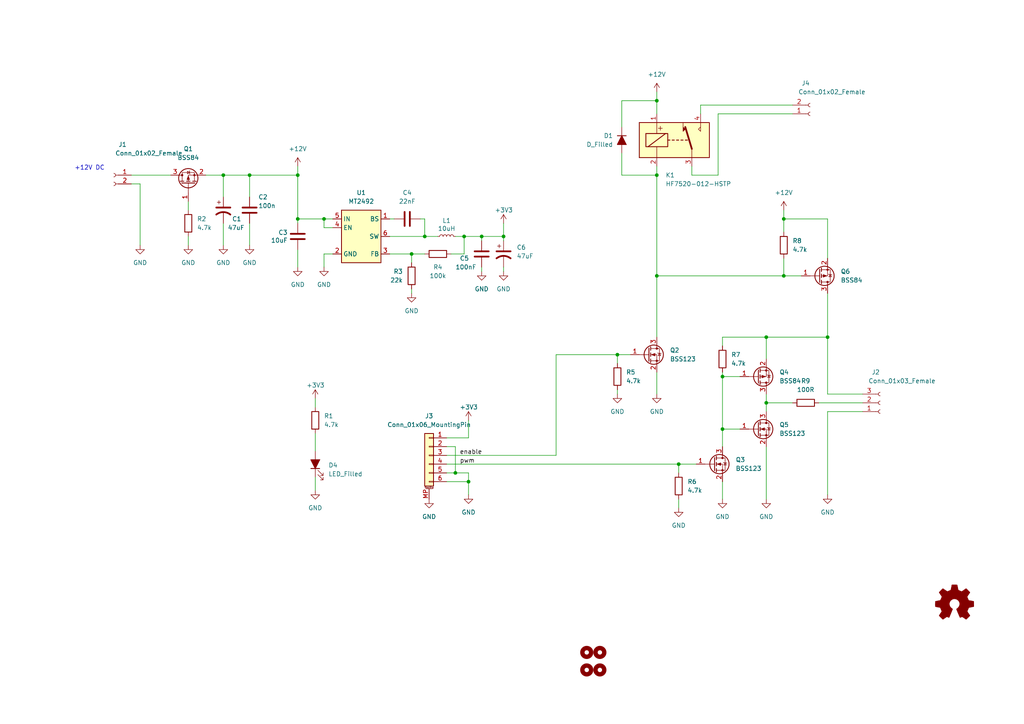
<source format=kicad_sch>
(kicad_sch (version 20230121) (generator eeschema)
  (paper "A4")
  (title_block (title "FumeCube-Ctrl") (date "2022-05-24") (rev "r1.0") (company "Greg Davill <greg.davill@gmail.com>") (comment 3 "OSHW: CERN OHL v1.2") (comment 4 "Relay board"))
  (lib_symbols
    (symbol "Connector:Conn_01x02_Female" (pin_names (offset 1.016) hide)
      (property "Reference" "J" (at 0 2.54 0))
      (property "Value" "Conn_01x02_Female" (at 0 -5.08 0))
      (symbol "Conn_01x02_Female_1_1"
        (arc (start 0 -2.032) (mid -0.5058 -2.54) (end 0 -3.048) (stroke (width 0.1524)))
        (polyline (pts (xy -1.27 -2.54) (xy -0.508 -2.54)) (stroke (width 0.1524)))
        (polyline (pts (xy -1.27 0) (xy -0.508 0)) (stroke (width 0.1524)))
        (arc (start 0 0.508) (mid -0.5058 0) (end 0 -0.508) (stroke (width 0.1524)))
        (pin passive line (at -5.08 0 0) (length 3.81) (name "Pin_1") (number "1"))
        (pin passive line (at -5.08 -2.54 0) (length 3.81) (name "Pin_2") (number "2"))
      )
    )
    (symbol "Connector:Conn_01x03_Female" (pin_names (offset 1.016) hide)
      (property "Reference" "J" (at 0 5.08 0))
      (property "Value" "Conn_01x03_Female" (at 0 -5.08 0))
      (symbol "Conn_01x03_Female_1_1"
        (arc (start 0 -2.032) (mid -0.5058 -2.54) (end 0 -3.048) (stroke (width 0.1524)))
        (polyline (pts (xy -1.27 -2.54) (xy -0.508 -2.54)) (stroke (width 0.1524)))
        (polyline (pts (xy -1.27 0) (xy -0.508 0)) (stroke (width 0.1524)))
        (polyline (pts (xy -1.27 2.54) (xy -0.508 2.54)) (stroke (width 0.1524)))
        (arc (start 0 0.508) (mid -0.5058 0) (end 0 -0.508) (stroke (width 0.1524)))
        (arc (start 0 3.048) (mid -0.5058 2.54) (end 0 2.032) (stroke (width 0.1524)))
        (pin passive line (at -5.08 2.54 0) (length 3.81) (name "Pin_1") (number "1"))
        (pin passive line (at -5.08 0 0) (length 3.81) (name "Pin_2") (number "2"))
        (pin passive line (at -5.08 -2.54 0) (length 3.81) (name "Pin_3") (number "3"))
      )
    )
    (symbol "Connector_Generic_MountingPin:Conn_01x06_MountingPin" (pin_names (offset 1.016) hide)
      (property "Reference" "J" (at 0 7.62 0))
      (property "Value" "Conn_01x06_MountingPin" (at 1.27 -10.16 0))
      (symbol "Conn_01x06_MountingPin_1_1"
        (rectangle (start -1.27 -7.493) (end 0 -7.747) (stroke (width 0.1524)))
        (rectangle (start -1.27 -4.953) (end 0 -5.207) (stroke (width 0.1524)))
        (rectangle (start -1.27 -2.413) (end 0 -2.667) (stroke (width 0.1524)))
        (rectangle (start -1.27 0.127) (end 0 -0.127) (stroke (width 0.1524)))
        (rectangle (start -1.27 2.667) (end 0 2.413) (stroke (width 0.1524)))
        (rectangle (start -1.27 5.207) (end 0 4.953) (stroke (width 0.1524)))
        (rectangle (start -1.27 6.35) (end 1.27 -8.89) (stroke (width 0.254)) (fill (type background)))
        (polyline (pts (xy -1.016 -9.652) (xy 1.016 -9.652)) (stroke (width 0.1524)))
        (text "Mounting" (at 0 -9.271 0) (effects (font (size 0.381 0.381))))
        (pin passive line (at -5.08 5.08 0) (length 3.81) (name "Pin_1") (number "1"))
        (pin passive line (at -5.08 2.54 0) (length 3.81) (name "Pin_2") (number "2"))
        (pin passive line (at -5.08 0 0) (length 3.81) (name "Pin_3") (number "3"))
        (pin passive line (at -5.08 -2.54 0) (length 3.81) (name "Pin_4") (number "4"))
        (pin passive line (at -5.08 -5.08 0) (length 3.81) (name "Pin_5") (number "5"))
        (pin passive line (at -5.08 -7.62 0) (length 3.81) (name "Pin_6") (number "6"))
        (pin passive line (at 0 -12.7 90) (length 3.048) (name "MountPin") (number "MP"))
      )
    )
    (symbol "Device:C" (pin_numbers hide) (pin_names (offset 0.254))
      (property "Reference" "C" (at 0.635 2.54 0))
      (property "Value" "C" (at 0.635 -2.54 0))
      (symbol "C_0_1"
        (polyline (pts (xy -2.032 -0.762) (xy 2.032 -0.762)) (stroke (width 0.508)))
        (polyline (pts (xy -2.032 0.762) (xy 2.032 0.762)) (stroke (width 0.508)))
      )
      (symbol "C_1_1"
        (pin passive line (at 0 3.81 270) (length 2.794) (name "~") (number "1"))
        (pin passive line (at 0 -3.81 90) (length 2.794) (name "~") (number "2"))
      )
    )
    (symbol "Device:C_Polarized_US" (pin_numbers hide) (pin_names (offset 0.254) hide)
      (property "Reference" "C" (at 0.635 2.54 0))
      (property "Value" "C_Polarized_US" (at 0.635 -2.54 0))
      (symbol "C_Polarized_US_0_1"
        (polyline (pts (xy -2.032 0.762) (xy 2.032 0.762)) (stroke (width 0.508)))
        (polyline (pts (xy -1.778 2.286) (xy -0.762 2.286)))
        (polyline (pts (xy -1.27 1.778) (xy -1.27 2.794)))
        (arc (start 2.032 -1.27) (mid 0 -0.5572) (end -2.032 -1.27) (stroke (width 0.508)))
      )
      (symbol "C_Polarized_US_1_1"
        (pin passive line (at 0 3.81 270) (length 2.794) (name "~") (number "1"))
        (pin passive line (at 0 -3.81 90) (length 3.302) (name "~") (number "2"))
      )
    )
    (symbol "Device:D_Filled" (pin_numbers hide) (pin_names (offset 1.016) hide)
      (property "Reference" "D" (at 0 2.54 0))
      (property "Value" "D_Filled" (at 0 -2.54 0))
      (symbol "D_Filled_0_1"
        (polyline (pts (xy -1.27 1.27) (xy -1.27 -1.27)) (stroke (width 0.254)))
        (polyline (pts (xy 1.27 0) (xy -1.27 0)))
        (polyline (pts (xy 1.27 1.27) (xy 1.27 -1.27) (xy -1.27 0) (xy 1.27 1.27)) (stroke (width 0.254)) (fill (type outline)))
      )
      (symbol "D_Filled_1_1"
        (pin passive line (at -3.81 0 0) (length 2.54) (name "K") (number "1"))
        (pin passive line (at 3.81 0 180) (length 2.54) (name "A") (number "2"))
      )
    )
    (symbol "Device:LED_Filled" (pin_numbers hide) (pin_names (offset 1.016) hide)
      (property "Reference" "D" (at 0 2.54 0))
      (property "Value" "LED_Filled" (at 0 -2.54 0))
      (symbol "LED_Filled_0_1"
        (polyline (pts (xy -1.27 -1.27) (xy -1.27 1.27)) (stroke (width 0.254)))
        (polyline (pts (xy -1.27 0) (xy 1.27 0)))
        (polyline (pts (xy 1.27 -1.27) (xy 1.27 1.27) (xy -1.27 0) (xy 1.27 -1.27)) (stroke (width 0.254)) (fill (type outline)))
        (polyline (pts (xy -3.048 -0.762) (xy -4.572 -2.286) (xy -3.81 -2.286) (xy -4.572 -2.286) (xy -4.572 -1.524)))
        (polyline (pts (xy -1.778 -0.762) (xy -3.302 -2.286) (xy -2.54 -2.286) (xy -3.302 -2.286) (xy -3.302 -1.524)))
      )
      (symbol "LED_Filled_1_1"
        (pin passive line (at -3.81 0 0) (length 2.54) (name "K") (number "1"))
        (pin passive line (at 3.81 0 180) (length 2.54) (name "A") (number "2"))
      )
    )
    (symbol "Device:L_Small" (pin_numbers hide) (pin_names (offset 0.254) hide)
      (property "Reference" "L" (at 0.762 1.016 0))
      (property "Value" "L_Small" (at 0.762 -1.016 0))
      (symbol "L_Small_0_1"
        (arc (start 0 -2.032) (mid 0.5058 -1.524) (end 0 -1.016))
        (arc (start 0 -1.016) (mid 0.5058 -0.508) (end 0 0))
        (arc (start 0 0) (mid 0.5058 0.508) (end 0 1.016))
        (arc (start 0 1.016) (mid 0.5058 1.524) (end 0 2.032))
      )
      (symbol "L_Small_1_1"
        (pin passive line (at 0 2.54 270) (length 0.508) (name "~") (number "1"))
        (pin passive line (at 0 -2.54 90) (length 0.508) (name "~") (number "2"))
      )
    )
    (symbol "Device:Q_NMOS_GSD" (pin_names (offset 0) hide)
      (property "Reference" "Q" (at 5.08 1.27 0))
      (property "Value" "Q_NMOS_GSD" (at 5.08 -1.27 0))
      (symbol "Q_NMOS_GSD_0_1"
        (polyline (pts (xy 0.254 0) (xy -2.54 0)))
        (polyline (pts (xy 0.254 1.905) (xy 0.254 -1.905)) (stroke (width 0.254)))
        (polyline (pts (xy 0.762 -1.27) (xy 0.762 -2.286)) (stroke (width 0.254)))
        (polyline (pts (xy 0.762 0.508) (xy 0.762 -0.508)) (stroke (width 0.254)))
        (polyline (pts (xy 0.762 2.286) (xy 0.762 1.27)) (stroke (width 0.254)))
        (polyline (pts (xy 2.54 2.54) (xy 2.54 1.778)))
        (polyline (pts (xy 2.54 -2.54) (xy 2.54 0) (xy 0.762 0)))
        (polyline (pts (xy 0.762 -1.778) (xy 3.302 -1.778) (xy 3.302 1.778) (xy 0.762 1.778)))
        (polyline (pts (xy 1.016 0) (xy 2.032 0.381) (xy 2.032 -0.381) (xy 1.016 0)) (fill (type outline)))
        (polyline (pts (xy 2.794 0.508) (xy 2.921 0.381) (xy 3.683 0.381) (xy 3.81 0.254)))
        (polyline (pts (xy 3.302 0.381) (xy 2.921 -0.254) (xy 3.683 -0.254) (xy 3.302 0.381)))
        (circle (center 1.651 0) (radius 2.794) (stroke (width 0.254)))
        (circle (center 2.54 -1.778) (radius 0.254) (fill (type outline)))
        (circle (center 2.54 1.778) (radius 0.254) (fill (type outline)))
      )
      (symbol "Q_NMOS_GSD_1_1"
        (pin input line (at -5.08 0 0) (length 2.54) (name "G") (number "1"))
        (pin passive line (at 2.54 -5.08 90) (length 2.54) (name "S") (number "2"))
        (pin passive line (at 2.54 5.08 270) (length 2.54) (name "D") (number "3"))
      )
    )
    (symbol "Device:Q_PMOS_GSD" (pin_names (offset 0) hide)
      (property "Reference" "Q" (at 5.08 1.27 0))
      (property "Value" "Q_PMOS_GSD" (at 5.08 -1.27 0))
      (symbol "Q_PMOS_GSD_0_1"
        (polyline (pts (xy 0.254 0) (xy -2.54 0)))
        (polyline (pts (xy 0.254 1.905) (xy 0.254 -1.905)) (stroke (width 0.254)))
        (polyline (pts (xy 0.762 -1.27) (xy 0.762 -2.286)) (stroke (width 0.254)))
        (polyline (pts (xy 0.762 0.508) (xy 0.762 -0.508)) (stroke (width 0.254)))
        (polyline (pts (xy 0.762 2.286) (xy 0.762 1.27)) (stroke (width 0.254)))
        (polyline (pts (xy 2.54 2.54) (xy 2.54 1.778)))
        (polyline (pts (xy 2.54 -2.54) (xy 2.54 0) (xy 0.762 0)))
        (polyline (pts (xy 0.762 1.778) (xy 3.302 1.778) (xy 3.302 -1.778) (xy 0.762 -1.778)))
        (polyline (pts (xy 2.286 0) (xy 1.27 0.381) (xy 1.27 -0.381) (xy 2.286 0)) (fill (type outline)))
        (polyline (pts (xy 2.794 -0.508) (xy 2.921 -0.381) (xy 3.683 -0.381) (xy 3.81 -0.254)))
        (polyline (pts (xy 3.302 -0.381) (xy 2.921 0.254) (xy 3.683 0.254) (xy 3.302 -0.381)))
        (circle (center 1.651 0) (radius 2.794) (stroke (width 0.254)))
        (circle (center 2.54 -1.778) (radius 0.254) (fill (type outline)))
        (circle (center 2.54 1.778) (radius 0.254) (fill (type outline)))
      )
      (symbol "Q_PMOS_GSD_1_1"
        (pin input line (at -5.08 0 0) (length 2.54) (name "G") (number "1"))
        (pin passive line (at 2.54 -5.08 90) (length 2.54) (name "S") (number "2"))
        (pin passive line (at 2.54 5.08 270) (length 2.54) (name "D") (number "3"))
      )
    )
    (symbol "Device:R" (pin_numbers hide) (pin_names (offset 0))
      (property "Reference" "R" (at 2.032 0 90))
      (property "Value" "R" (at 0 0 90))
      (symbol "R_0_1"
        (rectangle (start -1.016 -2.54) (end 1.016 2.54) (stroke (width 0.254)))
      )
      (symbol "R_1_1"
        (pin passive line (at 0 3.81 270) (length 1.27) (name "~") (number "1"))
        (pin passive line (at 0 -3.81 90) (length 1.27) (name "~") (number "2"))
      )
    )
    (symbol "Graphic:Logo_Open_Hardware_Small" (pin_names (offset 1.016))
      (symbol "Logo_Open_Hardware_Small_0_1"
        (polyline (pts (xy 3.3528 -4.3434) (xy 3.302 -4.318) (xy 3.175 -4.2418) (xy 2.9972 -4.1148) (xy 2.7686 -3.9624) (xy 2.54 -3.81) (xy 2.3622 -3.7084) (xy 2.2352 -3.6068) (xy 2.1844 -3.5814) (xy 2.159 -3.6068) (xy 2.0574 -3.6576) (xy 1.905 -3.7338) (xy 1.8034 -3.7846) (xy 1.6764 -3.8354) (xy 1.6002 -3.8354) (xy 1.6002 -3.8354) (xy 1.5494 -3.7338) (xy 1.4732 -3.5306) (xy 1.3462 -3.302) (xy 1.2446 -3.0226) (xy 1.1176 -2.7178) (xy 0.9652 -2.413) (xy 0.8636 -2.1082) (xy 0.7366 -1.8288) (xy 0.6604 -1.6256) (xy 0.6096 -1.4732) (xy 0.5842 -1.397) (xy 0.5842 -1.397) (xy 0.6604 -1.3208) (xy 0.7874 -1.2446) (xy 1.0414 -1.016) (xy 1.2954 -0.6858) (xy 1.4478 -0.3302) (xy 1.524 0.0762) (xy 1.4732 0.4572) (xy 1.3208 0.8128) (xy 1.0668 1.143) (xy 0.762 1.3716) (xy 0.4064 1.524) (xy 0 1.5748) (xy -0.381 1.5494) (xy -0.7366 1.397) (xy -1.0668 1.143) (xy -1.2192 0.9906) (xy -1.397 0.6604) (xy -1.524 0.3048) (xy -1.524 0.2286) (xy -1.4986 -0.1778) (xy -1.397 -0.5334) (xy -1.1938 -0.8636) (xy -0.9144 -1.143) (xy -0.8636 -1.1684) (xy -0.7366 -1.27) (xy -0.635 -1.3462) (xy -0.5842 -1.397) (xy -1.0668 -2.5908) (xy -1.143 -2.794) (xy -1.2954 -3.1242) (xy -1.397 -3.4036) (xy -1.4986 -3.6322) (xy -1.5748 -3.7846) (xy -1.6002 -3.8354) (xy -1.6002 -3.8354) (xy -1.651 -3.8354) (xy -1.7272 -3.81) (xy -1.905 -3.7338) (xy -2.0066 -3.683) (xy -2.1336 -3.6068) (xy -2.2098 -3.5814) (xy -2.2606 -3.6068) (xy -2.3622 -3.683) (xy -2.54 -3.81) (xy -2.7686 -3.9624) (xy -2.9718 -4.0894) (xy -3.1496 -4.2164) (xy -3.302 -4.318) (xy -3.3528 -4.3434) (xy -3.3782 -4.3434) (xy -3.429 -4.318) (xy -3.5306 -4.2164) (xy -3.7084 -4.064) (xy -3.937 -3.8354) (xy -3.9624 -3.81) (xy -4.1656 -3.6068) (xy -4.318 -3.4544) (xy -4.4196 -3.3274) (xy -4.445 -3.2766) (xy -4.445 -3.2766) (xy -4.4196 -3.2258) (xy -4.318 -3.0734) (xy -4.2164 -2.8956) (xy -4.064 -2.667) (xy -3.6576 -2.0828) (xy -3.8862 -1.5494) (xy -3.937 -1.3716) (xy -4.0386 -1.1684) (xy -4.0894 -1.0414) (xy -4.1148 -0.9652) (xy -4.191 -0.9398) (xy -4.318 -0.9144) (xy -4.5466 -0.8636) (xy -4.8006 -0.8128) (xy -5.0546 -0.7874) (xy -5.2578 -0.7366) (xy -5.4356 -0.7112) (xy -5.5118 -0.6858) (xy -5.5118 -0.6858) (xy -5.5372 -0.635) (xy -5.5372 -0.5588) (xy -5.5372 -0.4318) (xy -5.5626 -0.2286) (xy -5.5626 0.0762) (xy -5.5626 0.127) (xy -5.5372 0.4064) (xy -5.5372 0.635) (xy -5.5372 0.762) (xy -5.5372 0.8382) (xy -5.5372 0.8382) (xy -5.461 0.8382) (xy -5.3086 0.889) (xy -5.08 0.9144) (xy -4.826 0.9652) (xy -4.8006 0.9906) (xy -4.5466 1.0414) (xy -4.318 1.0668) (xy -4.1656 1.1176) (xy -4.0894 1.143) (xy -4.0894 1.143) (xy -4.0386 1.2446) (xy -3.9624 1.4224) (xy -3.8608 1.6256) (xy -3.7846 1.8288) (xy -3.7084 2.0066) (xy -3.6576 2.159) (xy -3.6322 2.2098) (xy -3.6322 2.2098) (xy -3.683 2.286) (xy -3.7592 2.413) (xy -3.8862 2.5908) (xy -4.064 2.8194) (xy -4.064 2.8448) (xy -4.2164 3.0734) (xy -4.3434 3.2512) (xy -4.4196 3.3782) (xy -4.445 3.4544) (xy -4.445 3.4544) (xy -4.3942 3.5052) (xy -4.2926 3.6322) (xy -4.1148 3.81) (xy -3.937 4.0132) (xy -3.8608 4.064) (xy -3.6576 4.2926) (xy -3.5052 4.4196) (xy -3.4036 4.4958) (xy -3.3528 4.5212) (xy -3.3528 4.5212) (xy -3.302 4.4704) (xy -3.1496 4.3688) (xy -2.9718 4.2418) (xy -2.7432 4.0894) (xy -2.7178 4.0894) (xy -2.4892 3.937) (xy -2.3114 3.81) (xy -2.1844 3.7084) (xy -2.1336 3.683) (xy -2.1082 3.683) (xy -2.032 3.7084) (xy -1.8542 3.7592) (xy -1.6764 3.8354) (xy -1.4732 3.937) (xy -1.27 4.0132) (xy -1.143 4.064) (xy -1.0668 4.1148) (xy -1.0668 4.1148) (xy -1.0414 4.191) (xy -1.016 4.3434) (xy -0.9652 4.572) (xy -0.9144 4.8514) (xy -0.889 4.9022) (xy -0.8382 5.1562) (xy -0.8128 5.3848) (xy -0.7874 5.5372) (xy -0.762 5.588) (xy -0.7112 5.6134) (xy -0.5842 5.6134) (xy -0.4064 5.6134) (xy -0.1524 5.6134) (xy 0.0762 5.6134) (xy 0.3302 5.6134) (xy 0.5334 5.6134) (xy 0.6858 5.588) (xy 0.7366 5.588) (xy 0.7366 5.588) (xy 0.762 5.5118) (xy 0.8128 5.334) (xy 0.8382 5.1054) (xy 0.9144 4.826) (xy 0.9144 4.7752) (xy 0.9652 4.5212) (xy 1.016 4.2926) (xy 1.0414 4.1402) (xy 1.0668 4.0894) (xy 1.0668 4.0894) (xy 1.1938 4.0386) (xy 1.3716 3.9624) (xy 1.5748 3.8608) (xy 2.0828 3.6576) (xy 2.7178 4.0894) (xy 2.7686 4.1402) (xy 2.9972 4.2926) (xy 3.175 4.4196) (xy 3.302 4.4958) (xy 3.3782 4.5212) (xy 3.3782 4.5212) (xy 3.429 4.4704) (xy 3.556 4.3434) (xy 3.7338 4.191) (xy 3.9116 3.9878) (xy 4.064 3.8354) (xy 4.2418 3.6576) (xy 4.3434 3.556) (xy 4.4196 3.4798) (xy 4.4196 3.429) (xy 4.4196 3.4036) (xy 4.3942 3.3274) (xy 4.2926 3.2004) (xy 4.1656 2.9972) (xy 4.0132 2.794) (xy 3.8862 2.5908) (xy 3.7592 2.3876) (xy 3.6576 2.2352) (xy 3.6322 2.159) (xy 3.6322 2.1336) (xy 3.683 2.0066) (xy 3.7592 1.8288) (xy 3.8608 1.6002) (xy 4.064 1.1176) (xy 4.3942 1.0414) (xy 4.5974 1.016) (xy 4.8768 0.9652) (xy 5.1308 0.9144) (xy 5.5372 0.8382) (xy 5.5626 -0.6604) (xy 5.4864 -0.6858) (xy 5.4356 -0.6858) (xy 5.2832 -0.7366) (xy 5.0546 -0.762) (xy 4.8006 -0.8128) (xy 4.5974 -0.8636) (xy 4.3688 -0.9144) (xy 4.2164 -0.9398) (xy 4.1402 -0.9398) (xy 4.1148 -0.9652) (xy 4.064 -1.0668) (xy 3.9878 -1.2446) (xy 3.9116 -1.4478) (xy 3.81 -1.651) (xy 3.7338 -1.8542) (xy 3.683 -2.0066) (xy 3.6576 -2.0828) (xy 3.683 -2.1336) (xy 3.7846 -2.2606) (xy 3.8862 -2.4638) (xy 4.0386 -2.667) (xy 4.191 -2.8956) (xy 4.318 -3.0734) (xy 4.3942 -3.2004) (xy 4.445 -3.2766) (xy 4.4196 -3.3274) (xy 4.3434 -3.429) (xy 4.1656 -3.5814) (xy 3.937 -3.8354) (xy 3.8862 -3.8608) (xy 3.683 -4.064) (xy 3.5306 -4.2164) (xy 3.4036 -4.318) (xy 3.3528 -4.3434)) (fill (type outline)))
      )
    )
    (symbol "Mechanical:MountingHole" (pin_names (offset 1.016))
      (property "Reference" "H" (at 0 5.08 0))
      (property "Value" "MountingHole" (at 0 3.175 0))
      (symbol "MountingHole_0_1"
        (circle (center 0 0) (radius 1.27) (stroke (width 1.27)))
      )
    )
    (symbol "lib:HF7520-012-HSTP"
      (property "Reference" "K" (at 11.43 3.81 0))
      (property "Value" "HF7520-012-HSTP" (at 11.43 1.27 0))
      (symbol "HF7520-012-HSTP_0_0"
        (polyline (pts (xy 7.62 5.08) (xy 7.62 2.54) (xy 6.985 3.175) (xy 7.62 3.81)))
        (text "+" (at -4.064 3.556 0) (effects (font (size 1.524 1.524))))
      )
      (symbol "HF7520-012-HSTP_0_1"
        (rectangle (start -10.16 5.08) (end 10.16 -5.08) (stroke (width 0.254)) (fill (type background)))
        (rectangle (start -8.255 1.905) (end -1.905 -1.905) (stroke (width 0.254)))
        (polyline (pts (xy -7.62 -1.905) (xy -2.54 1.905)) (stroke (width 0.254)))
        (polyline (pts (xy -5.08 -5.08) (xy -5.08 -1.905)))
        (polyline (pts (xy -5.08 5.08) (xy -5.08 1.905)))
        (polyline (pts (xy -1.905 0) (xy -1.27 0)) (stroke (width 0.254)))
        (polyline (pts (xy -0.635 0) (xy 0 0)) (stroke (width 0.254)))
        (polyline (pts (xy 0.635 0) (xy 1.27 0)) (stroke (width 0.254)))
        (polyline (pts (xy 1.905 0) (xy 2.54 0)) (stroke (width 0.254)))
        (polyline (pts (xy 3.175 0) (xy 3.81 0)) (stroke (width 0.254)))
        (polyline (pts (xy 5.08 -2.54) (xy 3.175 3.81)) (stroke (width 0.508)))
        (polyline (pts (xy 5.08 -2.54) (xy 5.08 -5.08)))
        (polyline (pts (xy 2.54 5.08) (xy 2.54 2.54) (xy 3.175 3.175) (xy 2.54 3.81)) (fill (type outline)))
      )
      (symbol "HF7520-012-HSTP_1_1"
        (pin passive line (at -5.08 7.62 270) (length 2.54) (name "~") (number "1"))
        (pin passive line (at -5.08 -7.62 90) (length 2.54) (name "~") (number "2"))
        (pin passive line (at 5.08 -7.62 90) (length 2.54) (name "~") (number "3"))
        (pin passive line (at 7.62 7.62 270) (length 2.54) (name "~") (number "4"))
      )
    )
    (symbol "lib:MT2492"
      (property "Reference" "U" (at -2.54 8.89 0))
      (property "Value" "MT2492" (at -3.81 6.35 0))
      (symbol "MT2492_0_1"
        (rectangle (start -5.08 5.08) (end 6.35 -10.16) (stroke (width 0.254)) (fill (type background)))
      )
      (symbol "MT2492_1_1"
        (pin input line (at 8.89 2.54 180) (length 2.54) (name "BS") (number "1"))
        (pin power_in line (at -7.62 -7.62 0) (length 2.54) (name "GND") (number "2"))
        (pin input line (at 8.89 -7.62 180) (length 2.54) (name "FB") (number "3"))
        (pin input line (at -7.62 0 0) (length 2.54) (name "EN") (number "4"))
        (pin power_in line (at -7.62 2.54 0) (length 2.54) (name "IN") (number "5"))
        (pin passive line (at 8.89 -2.54 180) (length 2.54) (name "SW") (number "6"))
      )
    )
    (symbol "power:+12V" (power) (pin_names (offset 0))
      (property "Value" "+12V" (at 0 3.556 0))
      (symbol "+12V_0_1"
        (polyline (pts (xy -0.762 1.27) (xy 0 2.54)))
        (polyline (pts (xy 0 0) (xy 0 2.54)))
        (polyline (pts (xy 0 2.54) (xy 0.762 1.27)))
      )
      (symbol "+12V_1_1"
        (pin power_in line (at 0 0 90) (length 0) hide (name "+12V") (number "1"))
      )
    )
    (symbol "power:+3V3" (power) (pin_names (offset 0))
      (property "Value" "+3V3" (at 0 3.556 0))
      (symbol "+3V3_0_1"
        (polyline (pts (xy -0.762 1.27) (xy 0 2.54)))
        (polyline (pts (xy 0 0) (xy 0 2.54)))
        (polyline (pts (xy 0 2.54) (xy 0.762 1.27)))
      )
      (symbol "+3V3_1_1"
        (pin power_in line (at 0 0 90) (length 0) hide (name "+3V3") (number "1"))
      )
    )
    (symbol "power:GND" (power) (pin_names (offset 0))
      (property "Value" "GND" (at 0 -3.81 0))
      (symbol "GND_0_1"
        (polyline (pts (xy 0 0) (xy 0 -1.27) (xy 1.27 -1.27) (xy 0 -2.54) (xy -1.27 -1.27) (xy 0 -1.27)))
      )
      (symbol "GND_1_1"
        (pin power_in line (at 0 0 270) (length 0) hide (name "GND") (number "1"))
      )
    )
  )
  (junction (at 209.55 109.22))
  (junction (at 190.5 80.01))
  (junction (at 227.33 80.01))
  (junction (at 222.25 116.84))
  (junction (at 179.07 102.87))
  (junction (at 240.03 97.79))
  (junction (at 132.08 137.16))
  (junction (at 86.36 63.5))
  (junction (at 190.5 50.8))
  (junction (at 134.62 68.58))
  (junction (at 146.05 68.58))
  (junction (at 196.85 134.62))
  (junction (at 222.25 97.79))
  (junction (at 64.77 50.8))
  (junction (at 209.55 124.46))
  (junction (at 72.39 50.8))
  (junction (at 135.89 139.7))
  (junction (at 139.7 68.58))
  (junction (at 93.98 63.5))
  (junction (at 190.5 29.21))
  (junction (at 119.38 73.66))
  (junction (at 227.33 63.5))
  (junction (at 123.19 68.58))
  (junction (at 86.36 50.8))
  (wire (pts (xy 59.69 50.8) (xy 64.77 50.8)))
  (wire (pts (xy 214.63 124.46) (xy 209.55 124.46)))
  (wire (pts (xy 146.05 68.58) (xy 146.05 69.85)))
  (wire (pts (xy 222.25 129.54) (xy 222.25 144.78)))
  (wire (pts (xy 208.28 33.02) (xy 229.87 33.02)))
  (wire (pts (xy 180.34 44.45) (xy 180.34 50.8)))
  (wire (pts (xy 227.33 63.5) (xy 240.03 63.5)))
  (wire (pts (xy 96.52 66.04) (xy 93.98 66.04)))
  (wire (pts (xy 135.89 137.16) (xy 135.89 139.7)))
  (wire (pts (xy 222.25 114.3) (xy 222.25 116.84)))
  (wire (pts (xy 86.36 48.26) (xy 86.36 50.8)))
  (wire (pts (xy 139.7 68.58) (xy 139.7 69.85)))
  (wire (pts (xy 161.29 102.87) (xy 161.29 132.08)))
  (wire (pts (xy 209.55 107.95) (xy 209.55 109.22)))
  (wire (pts (xy 209.55 97.79) (xy 209.55 100.33)))
  (wire (pts (xy 54.61 68.58) (xy 54.61 71.12)))
  (wire (pts (xy 222.25 116.84) (xy 222.25 119.38)))
  (wire (pts (xy 200.66 50.8) (xy 208.28 50.8)))
  (wire (pts (xy 96.52 63.5) (xy 93.98 63.5)))
  (wire (pts (xy 180.34 29.21) (xy 190.5 29.21)))
  (wire (pts (xy 129.54 139.7) (xy 135.89 139.7)))
  (wire (pts (xy 222.25 97.79) (xy 209.55 97.79)))
  (wire (pts (xy 227.33 60.96) (xy 227.33 63.5)))
  (wire (pts (xy 209.55 124.46) (xy 209.55 109.22)))
  (wire (pts (xy 190.5 26.67) (xy 190.5 29.21)))
  (wire (pts (xy 129.54 132.08) (xy 161.29 132.08)))
  (wire (pts (xy 38.1 53.34) (xy 40.64 53.34)))
  (wire (pts (xy 196.85 134.62) (xy 196.85 137.16)))
  (wire (pts (xy 135.89 139.7) (xy 135.89 143.51)))
  (wire (pts (xy 240.03 63.5) (xy 240.03 74.93)))
  (wire (pts (xy 54.61 58.42) (xy 54.61 60.96)))
  (wire (pts (xy 86.36 72.39) (xy 86.36 77.47)))
  (wire (pts (xy 190.5 80.01) (xy 227.33 80.01)))
  (wire (pts (xy 134.62 68.58) (xy 139.7 68.58)))
  (wire (pts (xy 38.1 50.8) (xy 49.53 50.8)))
  (wire (pts (xy 227.33 74.93) (xy 227.33 80.01)))
  (wire (pts (xy 209.55 139.7) (xy 209.55 144.78)))
  (wire (pts (xy 72.39 50.8) (xy 86.36 50.8)))
  (wire (pts (xy 91.44 125.73) (xy 91.44 130.81)))
  (wire (pts (xy 222.25 97.79) (xy 240.03 97.79)))
  (wire (pts (xy 96.52 73.66) (xy 93.98 73.66)))
  (wire (pts (xy 86.36 50.8) (xy 86.36 63.5)))
  (wire (pts (xy 121.92 63.5) (xy 123.19 63.5)))
  (wire (pts (xy 139.7 68.58) (xy 146.05 68.58)))
  (wire (pts (xy 200.66 48.26) (xy 200.66 50.8)))
  (wire (pts (xy 91.44 115.57) (xy 91.44 118.11)))
  (wire (pts (xy 86.36 63.5) (xy 86.36 64.77)))
  (wire (pts (xy 72.39 50.8) (xy 72.39 57.15)))
  (wire (pts (xy 40.64 53.34) (xy 40.64 71.12)))
  (wire (pts (xy 129.54 134.62) (xy 196.85 134.62)))
  (wire (pts (xy 146.05 77.47) (xy 146.05 78.74)))
  (wire (pts (xy 113.03 68.58) (xy 123.19 68.58)))
  (wire (pts (xy 196.85 144.78) (xy 196.85 147.32)))
  (wire (pts (xy 227.33 80.01) (xy 232.41 80.01)))
  (wire (pts (xy 123.19 68.58) (xy 127 68.58)))
  (wire (pts (xy 119.38 73.66) (xy 123.19 73.66)))
  (wire (pts (xy 113.03 63.5) (xy 114.3 63.5)))
  (wire (pts (xy 64.77 57.15) (xy 64.77 50.8)))
  (wire (pts (xy 196.85 134.62) (xy 201.93 134.62)))
  (wire (pts (xy 64.77 50.8) (xy 72.39 50.8)))
  (wire (pts (xy 139.7 77.47) (xy 139.7 78.74)))
  (wire (pts (xy 91.44 138.43) (xy 91.44 142.24)))
  (wire (pts (xy 135.89 127) (xy 135.89 121.92)))
  (wire (pts (xy 222.25 97.79) (xy 222.25 104.14)))
  (wire (pts (xy 119.38 73.66) (xy 119.38 76.2)))
  (wire (pts (xy 129.54 127) (xy 135.89 127)))
  (wire (pts (xy 222.25 116.84) (xy 229.87 116.84)))
  (wire (pts (xy 134.62 73.66) (xy 134.62 68.58)))
  (wire (pts (xy 190.5 107.95) (xy 190.5 114.3)))
  (wire (pts (xy 237.49 116.84) (xy 250.19 116.84)))
  (wire (pts (xy 130.81 73.66) (xy 134.62 73.66)))
  (wire (pts (xy 93.98 73.66) (xy 93.98 77.47)))
  (wire (pts (xy 64.77 64.77) (xy 64.77 71.12)))
  (wire (pts (xy 250.19 119.38) (xy 240.03 119.38)))
  (wire (pts (xy 203.2 30.48) (xy 229.87 30.48)))
  (wire (pts (xy 250.19 114.3) (xy 240.03 114.3)))
  (wire (pts (xy 72.39 64.77) (xy 72.39 71.12)))
  (wire (pts (xy 209.55 109.22) (xy 214.63 109.22)))
  (wire (pts (xy 179.07 102.87) (xy 182.88 102.87)))
  (wire (pts (xy 132.08 68.58) (xy 134.62 68.58)))
  (wire (pts (xy 113.03 73.66) (xy 119.38 73.66)))
  (wire (pts (xy 179.07 105.41) (xy 179.07 102.87)))
  (wire (pts (xy 132.08 129.54) (xy 132.08 137.16)))
  (wire (pts (xy 190.5 50.8) (xy 190.5 80.01)))
  (wire (pts (xy 240.03 119.38) (xy 240.03 143.51)))
  (wire (pts (xy 146.05 64.77) (xy 146.05 68.58)))
  (wire (pts (xy 119.38 83.82) (xy 119.38 85.09)))
  (wire (pts (xy 93.98 63.5) (xy 86.36 63.5)))
  (wire (pts (xy 203.2 33.02) (xy 203.2 30.48)))
  (wire (pts (xy 190.5 29.21) (xy 190.5 33.02)))
  (wire (pts (xy 180.34 29.21) (xy 180.34 36.83)))
  (wire (pts (xy 132.08 137.16) (xy 135.89 137.16)))
  (wire (pts (xy 123.19 63.5) (xy 123.19 68.58)))
  (wire (pts (xy 180.34 50.8) (xy 190.5 50.8)))
  (wire (pts (xy 227.33 67.31) (xy 227.33 63.5)))
  (wire (pts (xy 209.55 129.54) (xy 209.55 124.46)))
  (wire (pts (xy 93.98 66.04) (xy 93.98 63.5)))
  (wire (pts (xy 240.03 85.09) (xy 240.03 97.79)))
  (wire (pts (xy 179.07 113.03) (xy 179.07 114.3)))
  (wire (pts (xy 240.03 97.79) (xy 240.03 114.3)))
  (wire (pts (xy 129.54 129.54) (xy 132.08 129.54)))
  (wire (pts (xy 190.5 80.01) (xy 190.5 97.79)))
  (wire (pts (xy 161.29 102.87) (xy 179.07 102.87)))
  (wire (pts (xy 129.54 137.16) (xy 132.08 137.16)))
  (wire (pts (xy 190.5 48.26) (xy 190.5 50.8)))
  (wire (pts (xy 208.28 50.8) (xy 208.28 33.02)))
  (text "+12V DC" (at 21.59 49.53 0) (effects (font (size 1.27 1.27)) (justify left bottom)))
  (label "pwm" (at 133.35 134.62 0))
  (label "enable" (at 133.35 132.08 0))
  (symbol (lib_id "power:GND") (at 196.85 147.32 0) (unit 1)
    (property "Reference" "#PWR0120" (effects hide))
    (property "Value" "GND" (at 196.85 152.4 0))
  )
  (symbol (lib_id "Device:C_Polarized_US") (at 64.77 60.96 0) (unit 1)
    (property "Reference" "C1" (at 67.31 63.5 0) (effects (justify left)))
    (property "Value" "47uF" (at 66.04 66.04 0) (effects (justify left)))
    (property "Footprint" "Capacitor_SMD:CP_Elec_6.3x4.5" (effects hide))
    (property "MFG" "ROQANG" (effects hide))
    (property "PN" "RVT1V470M0605" (effects hide))
    (property "PN-alt0" "ROQANG " (effects hide))
    (property "lcsc" "C72522" (effects hide))
  )
  (symbol (lib_id "Mechanical:MountingHole") (at 173.99 189.23 0) (unit 1) (in_bom no)
    (property "Reference" "H3" (effects hide))
    (property "Value" "MountingHole_Pad" (effects hide))
    (property "Footprint" "MountingHole:MountingHole_4.5mm_Pad" (effects hide))
  )
  (symbol (lib_id "Graphic:Logo_Open_Hardware_Small") (at 276.86 175.26 0) (unit 1)
    (property "Reference" "#LOGO?" (effects hide))
    (property "Value" "Logo_Open_Hardware_Small" (effects hide))
  )
  (symbol (lib_id "Device:R") (at 54.61 64.77 180) (unit 1)
    (property "Reference" "R2" (at 57.15 63.4999 0) (effects (justify right)))
    (property "Value" "4.7k" (at 57.15 66.0399 0) (effects (justify right)))
    (property "Footprint" "Resistor_SMD:R_0402_1005Metric" (effects hide))
    (property "Mfg" "Yageo" (effects hide))
  )
  (symbol (lib_id "Device:Q_NMOS_GSD") (at 219.71 124.46 0) (unit 1)
    (property "Reference" "Q5" (at 226.06 123.1899 0) (effects (justify left)))
    (property "Value" "BSS123" (at 226.06 125.7299 0) (effects (justify left)))
    (property "Footprint" "Package_TO_SOT_SMD:SOT-23" (effects hide))
    (property "MFG" "Yangzhou Yangjie Elec Tech" (effects hide))
    (property "PN" "BSS123" (effects hide))
    (property "lcsc" "C699301" (effects hide))
  )
  (symbol (lib_id "Connector:Conn_01x02_Female") (at 33.02 50.8 0) (mirror y) (unit 1)
    (property "Reference" "J1" (at 35.56 41.91 0))
    (property "Value" "Conn_01x02_Female" (at 43.18 44.45 0))
    (property "Footprint" "TerminalBlock_Phoenix:TerminalBlock_Phoenix_MKDS-1,5-2_1x02_P5.00mm_Horizontal" (effects hide))
    (property "PN" "KF301-5.0-2P" (effects hide))
    (property "PN-alt0" "KF301-5.0-2P" (effects hide))
    (property "lcsc" "C474881" (effects hide))
  )
  (symbol (lib_id "power:+12V") (at 227.33 60.96 0) (unit 1)
    (property "Reference" "#PWR0110" (effects hide))
    (property "Value" "+12V" (at 227.33 55.88 0))
  )
  (symbol (lib_id "power:GND") (at 209.55 144.78 0) (unit 1)
    (property "Reference" "#PWR0118" (effects hide))
    (property "Value" "GND" (at 209.55 149.86 0))
  )
  (symbol (lib_id "Device:C") (at 118.11 63.5 90) (mirror x) (unit 1)
    (property "Reference" "C4" (at 118.11 55.88 90))
    (property "Value" "22nF" (at 118.11 58.42 90))
    (property "Footprint" "Capacitor_SMD:C_0402_1005Metric" (effects hide))
    (property "Mfg" "Yageo" (effects hide))
  )
  (symbol (lib_id "power:GND") (at 135.89 143.51 0) (unit 1)
    (property "Reference" "#PWR0114" (effects hide))
    (property "Value" "GND" (at 135.89 148.59 0))
  )
  (symbol (lib_id "Connector:Conn_01x02_Female") (at 234.95 33.02 0) (mirror x) (unit 1)
    (property "Reference" "J4" (at 233.68 24.13 0))
    (property "Value" "Conn_01x02_Female" (at 241.3 26.67 0))
    (property "Footprint" "TerminalBlock_Phoenix:TerminalBlock_Phoenix_MKDS-1,5-2_1x02_P5.00mm_Horizontal" (effects hide))
    (property "PN" "KF301-5.0-2P" (effects hide))
    (property "PN-alt0" "KF301-5.0-2P" (effects hide))
    (property "lcsc" "C474881" (effects hide))
  )
  (symbol (lib_id "Device:R") (at 179.07 109.22 0) (unit 1)
    (property "Reference" "R5" (at 181.61 107.9499 0) (effects (justify left)))
    (property "Value" "4.7k" (at 181.61 110.4899 0) (effects (justify left)))
    (property "Footprint" "Resistor_SMD:R_0402_1005Metric" (effects hide))
  )
  (symbol (lib_id "Device:LED_Filled") (at 91.44 134.62 90) (unit 1)
    (property "Reference" "D4" (at 95.25 134.9374 90) (effects (justify right)))
    (property "Value" "LED_Filled" (at 95.25 137.4774 90) (effects (justify right)))
    (property "Footprint" "LED_SMD:LED_0603_1608Metric" (effects hide))
    (property "MFG" "Foshan NationStar Optoelectronics" (effects hide))
    (property "PN" "NCD0603O1" (effects hide))
    (property "lcsc" "C84269" (effects hide))
  )
  (symbol (lib_id "Mechanical:MountingHole") (at 170.18 194.31 0) (unit 1) (in_bom no)
    (property "Reference" "H2" (effects hide))
    (property "Value" "MountingHole_Pad" (effects hide))
    (property "Footprint" "MountingHole:MountingHole_4.5mm_Pad" (effects hide))
  )
  (symbol (lib_id "Connector:Conn_01x03_Female") (at 255.27 116.84 0) (mirror x) (unit 1)
    (property "Reference" "J2" (at 254 107.95 0))
    (property "Value" "Conn_01x03_Female" (at 261.62 110.49 0))
    (property "Footprint" "Connector_TE-Connectivity:TE_826576-3_1x03_P3.96mm_Vertical" (effects hide))
    (property "MFG" "XKB Connectivity" (effects hide))
    (property "PN" "X8672WV-03-N2SN-K2" (effects hide))
    (property "PN-alt0" "X8672WV-03-N2SN-K2" (effects hide))
    (property "lcsc" "C2884053" (effects hide))
  )
  (symbol (lib_id "Device:D_Filled") (at 180.34 40.64 270) (unit 1)
    (property "Reference" "D1" (at 177.8 39.3699 90) (effects (justify right)))
    (property "Value" "D_Filled" (at 177.8 41.9099 90) (effects (justify right)))
    (property "Footprint" "Diode_SMD:D_SOD-523" (effects hide))
    (property "PN" "BAS16X" (effects hide))
    (property "lcsc" "C2965561" (effects hide))
  )
  (symbol (lib_id "Device:R") (at 209.55 104.14 0) (unit 1)
    (property "Reference" "R7" (at 212.09 102.8699 0) (effects (justify left)))
    (property "Value" "4.7k" (at 212.09 105.4099 0) (effects (justify left)))
    (property "Footprint" "Resistor_SMD:R_0402_1005Metric" (effects hide))
  )
  (symbol (lib_id "Device:R") (at 127 73.66 270) (unit 1)
    (property "Reference" "R4" (at 127 77.47 90))
    (property "Value" "100k" (at 127 80.01 90))
    (property "Footprint" "Resistor_SMD:R_0402_1005Metric" (effects hide))
    (property "Mfg" "Yageo" (effects hide))
    (property "Tol" "1%" (effects hide))
  )
  (symbol (lib_id "Mechanical:MountingHole") (at 170.18 189.23 0) (unit 1) (in_bom no)
    (property "Reference" "H1" (effects hide))
    (property "Value" "MountingHole_Pad" (effects hide))
    (property "Footprint" "MountingHole:MountingHole_4.5mm_Pad" (effects hide))
  )
  (symbol (lib_id "power:GND") (at 86.36 77.47 0) (unit 1)
    (property "Reference" "#PWR0107" (effects hide))
    (property "Value" "GND" (at 86.36 82.55 0))
  )
  (symbol (lib_id "Device:R") (at 119.38 80.01 180) (unit 1)
    (property "Reference" "R3" (at 116.84 78.7399 0) (effects (justify left)))
    (property "Value" "22k" (at 116.84 81.2799 0) (effects (justify left)))
    (property "Footprint" "Resistor_SMD:R_0402_1005Metric" (effects hide))
    (property "Mfg" "Yageo" (effects hide))
  )
  (symbol (lib_id "Device:Q_NMOS_GSD") (at 187.96 102.87 0) (unit 1)
    (property "Reference" "Q2" (at 194.31 101.5999 0) (effects (justify left)))
    (property "Value" "BSS123" (at 194.31 104.1399 0) (effects (justify left)))
    (property "Footprint" "Package_TO_SOT_SMD:SOT-23" (effects hide))
    (property "MFG" "Yangzhou Yangjie Elec Tech" (effects hide))
    (property "PN" "BSS123" (effects hide))
    (property "lcsc" "C699301" (effects hide))
  )
  (symbol (lib_id "power:GND") (at 40.64 71.12 0) (unit 1)
    (property "Reference" "#PWR0103" (effects hide))
    (property "Value" "GND" (at 40.64 76.2 0))
  )
  (symbol (lib_id "Device:L_Small") (at 129.54 68.58 90) (unit 1)
    (property "Reference" "L1" (at 129.54 63.9888 90))
    (property "Value" "10uH" (at 129.54 66.2875 90))
    (property "Footprint" "Inductor_SMD:L_Taiyo-Yuden_NR-30xx" (effects hide))
    (property "MFG" "YJYCOIN" (effects hide))
    (property "PN" "YNR3015-100M" (effects hide))
    (property "lcsc" "C340363" (effects hide))
  )
  (symbol (lib_id "Device:R") (at 196.85 140.97 0) (unit 1)
    (property "Reference" "R6" (at 199.39 139.6999 0) (effects (justify left)))
    (property "Value" "4.7k" (at 199.39 142.2399 0) (effects (justify left)))
    (property "Footprint" "Resistor_SMD:R_0402_1005Metric" (effects hide))
  )
  (symbol (lib_id "power:GND") (at 179.07 114.3 0) (unit 1)
    (property "Reference" "#PWR0112" (effects hide))
    (property "Value" "GND" (at 179.07 119.38 0))
  )
  (symbol (lib_id "Device:Q_PMOS_GSD") (at 219.71 109.22 0) (mirror x) (unit 1)
    (property "Reference" "Q4" (at 226.06 107.9499 0) (effects (justify left)))
    (property "Value" "BSS84" (at 226.06 110.4899 0) (effects (justify left)))
    (property "Footprint" "Package_TO_SOT_SMD:SOT-23" (effects hide))
    (property "MFG" "Youtai Semiconductor Co., Ltd." (effects hide))
    (property "PN" "BSS84" (effects hide))
    (property "lcsc" "C347485" (effects hide))
  )
  (symbol (lib_id "Device:R") (at 227.33 71.12 0) (unit 1)
    (property "Reference" "R8" (at 229.87 69.8499 0) (effects (justify left)))
    (property "Value" "4.7k" (at 229.87 72.3899 0) (effects (justify left)))
    (property "Footprint" "Resistor_SMD:R_0402_1005Metric" (effects hide))
  )
  (symbol (lib_id "power:+3V3") (at 91.44 115.57 0) (unit 1)
    (property "Reference" "#PWR0116" (effects hide))
    (property "Value" "+3V3" (at 91.5162 111.7346 0))
  )
  (symbol (lib_id "power:GND") (at 190.5 114.3 0) (unit 1)
    (property "Reference" "#PWR0113" (effects hide))
    (property "Value" "GND" (at 190.5 119.38 0))
  )
  (symbol (lib_id "power:GND") (at 64.77 71.12 0) (unit 1)
    (property "Reference" "#PWR0101" (effects hide))
    (property "Value" "GND" (at 64.77 76.2 0))
  )
  (symbol (lib_id "Device:C_Polarized_US") (at 146.05 73.66 0) (unit 1)
    (property "Reference" "C6" (at 149.86 71.7549 0) (effects (justify left)))
    (property "Value" "47uF" (at 149.86 74.2949 0) (effects (justify left)))
    (property "Footprint" "Capacitor_SMD:CP_Elec_6.3x4.5" (effects hide))
    (property "MFG" "ROQANG" (effects hide))
    (property "PN" "RVT1V470M0605" (effects hide))
    (property "PN-alt0" "ROQANG " (effects hide))
    (property "lcsc" "C72522" (effects hide))
  )
  (symbol (lib_id "lib:HF7520-012-HSTP") (at 195.58 40.64 0) (unit 1)
    (property "Reference" "K1" (at 193.04 50.8 0) (effects (justify left)))
    (property "Value" "HF7520-012-HSTP" (at 193.04 53.34 0) (effects (justify left)))
    (property "Footprint" "lib:HF7520-012-HSTP" (effects hide))
    (property "Datasheet" "https://datasheet.lcsc.com/lcsc/1810281720_HF-Xiamen-Hongfa-Electroacoustic-HF7520-012-HSTP_C53788.pdf" (effects hide))
    (property "PN" " " (effects hide))
    (property "lcsc" "C53788" (effects hide))
  )
  (symbol (lib_id "power:GND") (at 222.25 144.78 0) (unit 1)
    (property "Reference" "#PWR0119" (effects hide))
    (property "Value" "GND" (at 222.25 149.86 0))
  )
  (symbol (lib_id "power:+12V") (at 190.5 26.67 0) (unit 1)
    (property "Reference" "#PWR0111" (effects hide))
    (property "Value" "+12V" (at 190.5 21.59 0))
  )
  (symbol (lib_id "Device:Q_NMOS_GSD") (at 207.01 134.62 0) (unit 1)
    (property "Reference" "Q3" (at 213.36 133.3499 0) (effects (justify left)))
    (property "Value" "BSS123" (at 213.36 135.8899 0) (effects (justify left)))
    (property "Footprint" "Package_TO_SOT_SMD:SOT-23" (effects hide))
    (property "MFG" "Yangzhou Yangjie Elec Tech" (effects hide))
    (property "PN" "BSS123" (effects hide))
    (property "lcsc" "C699301" (effects hide))
  )
  (symbol (lib_id "Device:C") (at 86.36 68.58 0) (mirror y) (unit 1)
    (property "Reference" "C3" (at 83.439 67.437 0) (effects (justify left)))
    (property "Value" "10uF" (at 83.439 69.723 0) (effects (justify left)))
    (property "Footprint" "Capacitor_SMD:C_0603_1608Metric" (effects hide))
    (property "Mfg" "Yageo" (effects hide))
  )
  (symbol (lib_id "Device:C") (at 139.7 73.66 0) (mirror y) (unit 1)
    (property "Reference" "C5" (at 133.35 74.93 0) (effects (justify right)))
    (property "Value" "100nF" (at 132.08 77.47 0) (effects (justify right)))
    (property "Footprint" "Capacitor_SMD:C_0402_1005Metric" (effects hide))
    (property "Mfg" "Yageo" (effects hide))
  )
  (symbol (lib_id "power:GND") (at 124.46 144.78 0) (unit 1)
    (property "Reference" "#PWR0115" (effects hide))
    (property "Value" "GND" (at 124.46 149.86 0))
  )
  (symbol (lib_id "Device:R") (at 233.68 116.84 90) (unit 1)
    (property "Reference" "R9" (at 233.68 110.49 90))
    (property "Value" "100R" (at 233.68 113.03 90))
    (property "Footprint" "Resistor_SMD:R_0805_2012Metric" (effects hide))
  )
  (symbol (lib_id "power:GND") (at 72.39 71.12 0) (unit 1)
    (property "Reference" "#PWR0104" (effects hide))
    (property "Value" "GND" (at 72.39 76.2 0))
  )
  (symbol (lib_id "Mechanical:MountingHole") (at 173.99 194.31 0) (unit 1) (in_bom no)
    (property "Reference" "H4" (effects hide))
    (property "Value" "MountingHole_Pad" (effects hide))
    (property "Footprint" "MountingHole:MountingHole_4.5mm_Pad" (effects hide))
  )
  (symbol (lib_id "Device:Q_PMOS_GSD") (at 237.49 80.01 0) (mirror x) (unit 1)
    (property "Reference" "Q6" (at 243.84 78.7399 0) (effects (justify left)))
    (property "Value" "BSS84" (at 243.84 81.2799 0) (effects (justify left)))
    (property "Footprint" "Package_TO_SOT_SMD:SOT-23" (effects hide))
    (property "MFG" "Youtai Semiconductor Co., Ltd." (effects hide))
    (property "PN" "BSS84" (effects hide))
    (property "lcsc" "C347485" (effects hide))
  )
  (symbol (lib_id "power:GND") (at 146.05 78.74 0) (unit 1)
    (property "Reference" "#PWR0124" (effects hide))
    (property "Value" "GND" (at 146.05 83.82 0))
  )
  (symbol (lib_id "power:GND") (at 54.61 71.12 0) (unit 1)
    (property "Reference" "#PWR0108" (effects hide))
    (property "Value" "GND" (at 54.61 76.2 0))
  )
  (symbol (lib_id "power:GND") (at 139.7 78.74 0) (unit 1)
    (property "Reference" "#PWR0122" (effects hide))
    (property "Value" "GND" (at 139.7 83.82 0))
  )
  (symbol (lib_id "power:+3V3") (at 146.05 64.77 0) (unit 1)
    (property "Reference" "#PWR0123" (effects hide))
    (property "Value" "+3V3" (at 146.1262 60.9346 0))
  )
  (symbol (lib_id "power:+3V3") (at 135.89 121.92 0) (unit 1)
    (property "Reference" "#PWR0117" (effects hide))
    (property "Value" "+3V3" (at 135.9662 118.0846 0))
  )
  (symbol (lib_id "power:GND") (at 119.38 85.09 0) (unit 1)
    (property "Reference" "#PWR0121" (effects hide))
    (property "Value" "GND" (at 119.38 90.17 0))
  )
  (symbol (lib_id "power:GND") (at 93.98 77.47 0) (unit 1)
    (property "Reference" "#PWR0102" (effects hide))
    (property "Value" "GND" (at 93.98 82.55 0))
  )
  (symbol (lib_id "power:GND") (at 91.44 142.24 0) (unit 1)
    (property "Reference" "#PWR0105" (effects hide))
    (property "Value" "GND" (at 91.44 147.32 0))
  )
  (symbol (lib_id "power:GND") (at 240.03 143.51 0) (unit 1)
    (property "Reference" "#PWR0106" (effects hide))
    (property "Value" "GND" (at 240.03 148.59 0))
  )
  (symbol (lib_id "lib:MT2492") (at 104.14 66.04 0) (unit 1)
    (property "Reference" "U1" (at 104.775 55.88 0))
    (property "Value" "MT2492" (at 104.775 58.42 0))
    (property "Footprint" "Package_TO_SOT_SMD:SOT-23-6" (effects hide))
    (property "Datasheet" "https://datasheet.lcsc.com/lcsc/1810262207_XI-AN-Aerosemi-Tech-MT2492_C89358.pdf" (effects hide))
  )
  (symbol (lib_id "Device:R") (at 91.44 121.92 0) (unit 1)
    (property "Reference" "R1" (at 93.98 120.6499 0) (effects (justify left)))
    (property "Value" "4.7k" (at 93.98 123.1899 0) (effects (justify left)))
    (property "Footprint" "Resistor_SMD:R_0402_1005Metric" (effects hide))
  )
  (symbol (lib_id "Connector_Generic_MountingPin:Conn_01x06_MountingPin") (at 124.46 132.08 0) (mirror y) (unit 1)
    (property "Reference" "J3" (at 124.46 120.65 0))
    (property "Value" "Conn_01x06_MountingPin" (at 124.46 123.19 0))
    (property "Footprint" "lib:Hirose_FH34SRJ-6S-0.5SH_1x6-1MP_P0.50mm_Horizontal" (effects hide))
  )
  (symbol (lib_id "Device:C") (at 72.39 60.96 0) (unit 1)
    (property "Reference" "C2" (at 74.93 57.15 0) (effects (justify left)))
    (property "Value" "100n" (at 74.93 59.69 0) (effects (justify left)))
    (property "Footprint" "Capacitor_SMD:C_0402_1005Metric" (effects hide))
  )
  (symbol (lib_id "Device:Q_PMOS_GSD") (at 54.61 53.34 90) (unit 1)
    (property "Reference" "Q1" (at 54.61 43.18 90))
    (property "Value" "BSS84" (at 54.61 45.72 90))
    (property "Footprint" "Package_TO_SOT_SMD:SOT-23" (effects hide))
    (property "MFG" "Youtai Semiconductor Co., Ltd." (effects hide))
    (property "PN" "BSS84" (effects hide))
    (property "lcsc" "C347485" (effects hide))
  )
  (symbol (lib_id "power:+12V") (at 86.36 48.26 0) (unit 1)
    (property "Reference" "#PWR0109" (effects hide))
    (property "Value" "+12V" (at 86.36 43.18 0))
  )
)
</source>
